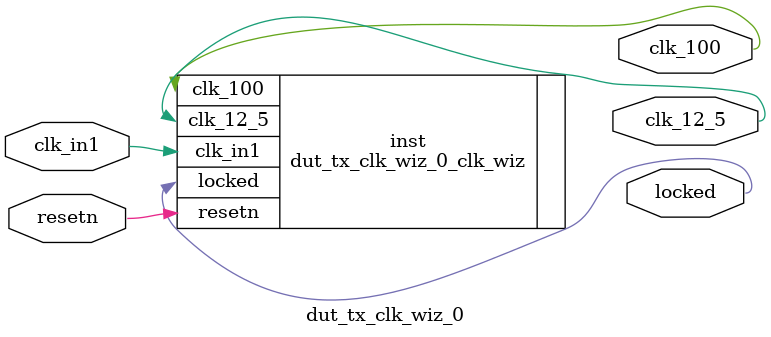
<source format=v>


`timescale 1ps/1ps

(* CORE_GENERATION_INFO = "dut_tx_clk_wiz_0,clk_wiz_v6_0_13_0_0,{component_name=dut_tx_clk_wiz_0,use_phase_alignment=true,use_min_o_jitter=false,use_max_i_jitter=false,use_dyn_phase_shift=false,use_inclk_switchover=false,use_dyn_reconfig=false,enable_axi=0,feedback_source=FDBK_AUTO,PRIMITIVE=MMCM,num_out_clk=2,clkin1_period=10.000,clkin2_period=10.000,use_power_down=false,use_reset=true,use_locked=true,use_inclk_stopped=false,feedback_type=SINGLE,CLOCK_MGR_TYPE=NA,manual_override=false}" *)

module dut_tx_clk_wiz_0 
 (
  // Clock out ports
  output        clk_100,
  output        clk_12_5,
  // Status and control signals
  input         resetn,
  output        locked,
 // Clock in ports
  input         clk_in1
 );

  dut_tx_clk_wiz_0_clk_wiz inst
  (
  // Clock out ports  
  .clk_100(clk_100),
  .clk_12_5(clk_12_5),
  // Status and control signals               
  .resetn(resetn), 
  .locked(locked),
 // Clock in ports
  .clk_in1(clk_in1)
  );

endmodule

</source>
